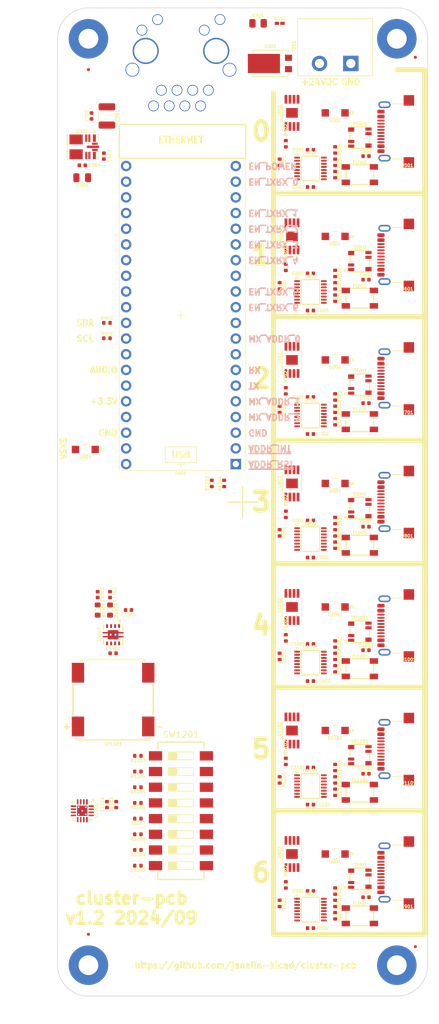
<source format=kicad_pcb>
(kicad_pcb (version 20221018) (generator pcbnew)
  (title_block (title "cluster-pcb") (date "2024-09-27") (rev "2.0") (company "Howard Hughes Medical Institute"))
  (layers (0 "F.Cu" signal) (1 "In1.Cu" signal "Inner1.Cu") (2 "In2.Cu" signal "Inner2.Cu") (31 "B.Cu" signal) (34 "B.Paste" user) (35 "F.Paste" user) (36 "B.SilkS" user "B.Silkscreen") (37 "F.SilkS" user "F.Silkscreen") (38 "B.Mask" user) (39 "F.Mask" user) (44 "Edge.Cuts" user))
  (net 0 "")
  (net 1 "/GND")
  (net 19 "/~{ADDRESS_RESET}")
  (net 20 "/+5V")
  (net 22 "/~{ADDRESS_INT}")
  (net 24 "/+3.3V")
  (net 26 "/microcontroller/VSYS")
  (net 28 "/power/VAA")
  (net 29 "/power/LED_RED+")
  (net 30 "/~{PRISM_CS_6}")
  (net 35 "/power/VDD")
  (net 36 "/~{PRISM_CS_5}")
  (net 37 "/~{PRISM_CS_4}")
  (net 38 "/ENABLE_POWER")
  (net 39 "/SDA")
  (net 40 "/SCL")
  (net 41 "/AUDIO")
  (net 42 "/VAA")
  (net 43 "Net-(C1402-Pad2)")
  (net 44 "Net-(C1403-Pad2)")
  (net 45 "/audio/BYPASS")
  (net 46 "/prism-0/VCC")
  (net 47 "/prism-0/VBB")
  (net 48 "/prism-1/VCC")
  (net 49 "/prism-1/VBB")
  (net 50 "/prism-2/VCC")
  (net 51 "/prism-2/VBB")
  (net 52 "/prism-3/VCC")
  (net 53 "/prism-3/VBB")
  (net 54 "/prism-5/VCC")
  (net 55 "/prism-5/VBB")
  (net 56 "/prism-4/VCC")
  (net 57 "/prism-4/VBB")
  (net 58 "/prism-6/VCC")
  (net 59 "/prism-6/VBB")
  (net 60 "Net-(U502-IN)")
  (net 61 "Net-(U602-IN)")
  (net 62 "Net-(U702-IN)")
  (net 63 "Net-(U802-IN)")
  (net 64 "Net-(U902-IN)")
  (net 65 "Net-(U1002-IN)")
  (net 66 "Net-(U1102-IN)")
  (net 67 "/address/P0")
  (net 68 "/address/P1")
  (net 69 "/address/P2")
  (net 70 "/address/P3")
  (net 71 "/address/P4")
  (net 72 "/address/P5")
  (net 73 "/address/P6")
  (net 74 "/address/P7")
  (net 75 "/audio/IN-")
  (net 76 "/audio/IN+")
  (net 77 "/audio/VO+")
  (net 78 "/audio/VO-")
  (net 88 "/~{PRISM_CS_3}")
  (net 89 "/~{PRISM_CS_2}")
  (net 90 "/PRISM_SCK")
  (net 91 "/PRISM_COPI")
  (net 92 "/PRISM_CIPO")
  (net 93 "/~{PRISM_CS_1}")
  (net 94 "/~{PRISM_CS_0}")
  (net 95 "/prism-0/CT")
  (net 96 "/prism-1/CT")
  (net 97 "/prism-2/CT")
  (net 98 "/prism-3/CT")
  (net 99 "/prism-5/CT")
  (net 100 "/prism-4/CT")
  (net 101 "/prism-6/CT")
  (net 102 "/prism-0/I2+")
  (net 103 "/prism-0/I2-")
  (net 104 "/prism-0/I1-")
  (net 105 "/prism-0/I1+")
  (net 106 "/prism-1/I2+")
  (net 107 "/prism-1/I2-")
  (net 108 "/prism-1/I1-")
  (net 109 "/prism-1/I1+")
  (net 110 "/prism-2/I2+")
  (net 111 "/prism-2/I2-")
  (net 112 "/prism-2/I1-")
  (net 113 "/prism-2/I1+")
  (net 114 "/prism-3/I2+")
  (net 115 "/prism-3/I2-")
  (net 116 "/prism-3/I1-")
  (net 117 "/prism-3/I1+")
  (net 118 "/prism-5/I2+")
  (net 119 "/prism-5/I2-")
  (net 120 "/prism-5/I1-")
  (net 121 "/prism-5/I1+")
  (net 122 "/prism-4/I2+")
  (net 123 "/prism-4/I2-")
  (net 124 "/prism-4/I1-")
  (net 125 "/prism-4/I1+")
  (net 126 "/prism-6/I2+")
  (net 127 "/prism-6/I2-")
  (net 128 "/prism-6/I1-")
  (net 129 "/prism-6/I1+")
  (net 131 "/prism-0/I0+")
  (net 132 "/prism-0/I0-")
  (net 137 "/prism-1/I0+")
  (net 138 "/prism-1/I0-")
  (net 143 "/prism-2/I0+")
  (net 144 "/prism-2/I0-")
  (net 149 "/prism-3/I0+")
  (net 150 "/prism-3/I0-")
  (net 155 "/prism-5/I0+")
  (net 156 "/prism-5/I0-")
  (net 161 "/prism-4/I0+")
  (net 162 "/prism-4/I0-")
  (net 167 "/prism-6/I0+")
  (net 168 "/prism-6/I0-")
  (net 172 "/prism-0/IBIAS")
  (net 173 "/prism-0/ICMP")
  (net 174 "/prism-1/IBIAS")
  (net 175 "/prism-1/ICMP")
  (net 176 "/prism-2/IBIAS")
  (net 177 "/prism-2/ICMP")
  (net 178 "/prism-3/IBIAS")
  (net 179 "/prism-3/ICMP")
  (net 180 "/prism-5/IBIAS")
  (net 181 "/prism-5/ICMP")
  (net 182 "/prism-4/IBIAS")
  (net 183 "/prism-4/ICMP")
  (net 184 "/prism-6/IBIAS")
  (net 185 "/prism-6/ICMP")
  (footprint "Janelia:FIDUCIAL_0.5mm_Mask1mm" (layer "F.Cu") (at 77.4 31.6)
    (fp_text reference "FID201")
    (fp_text value "FIDUCIAL_0.5mm_MASK1mm" hide)
  )
  (footprint "Janelia:SOP65P490X110-9N" (layer "F.Cu") (at 110.4 118.6 90)
    (fp_text reference "U1002")
    (fp_text value "TPS1H200AQDGNRQ1")
  )
  (footprint "Janelia:R_0402_1005Metric" (layer "F.Cu") (at 80.4 72.6)
    (fp_text reference "R402")
    (fp_text value "1.8k")
  )
  (footprint "Janelia:R_0402_1005Metric" (layer "F.Cu") (at 117.4 68.6 -90)
    (fp_text reference "R601")
    (fp_text value "100")
  )
  (footprint "Janelia:USB_C_Receptacle_GT-USB-7047C_16P_TopMnt_Horizontal" (layer "F.Cu") (at 125.4 161.6 90)
    (fp_text reference "J901")
    (fp_text value "USB_C_Receptacle_USB2.0_16P_GT-USB-7047C" hide)
  )
  (footprint "Janelia:SOD-123FL" (layer "F.Cu") (at 117.4 138.6 180)
    (fp_text reference "D1101")
    (fp_text value "D_SCHOTTKY_20V_1A")
  )
  (footprint "Janelia:R_0402_1005Metric" (layer "F.Cu") (at 109.4 63.6 90)
    (fp_text reference "R602")
    (fp_text value "4.7k")
  )
  (footprint "Janelia:R_0402_1005Metric" (layer "F.Cu") (at 117.4 44.6 -90)
    (fp_text reference "R503")
    (fp_text value "1.4k")
  )
  (footprint "Janelia:C_1210_3225Metric" (layer "F.Cu") (at 80.4 39.1 -90)
    (fp_text reference "C301")
    (fp_text value "3.3uF_50V")
  )
  (footprint "Janelia:R_0402_1005Metric" (layer "F.Cu") (at 109.4 163.6 90)
    (fp_text reference "R902")
    (fp_text value "4.7k")
  )
  (footprint "Janelia:C_0402_1005Metric" (layer "F.Cu") (at 113.4 84.6)
    (fp_text reference "C701")
    (fp_text value "0.1uF_100V")
  )
  (footprint "Janelia:R_0402_1005Metric" (layer "F.Cu") (at 108.4 126.6 -90)
    (fp_text reference "R1005")
    (fp_text value "100k")
  )
  (footprint "Janelia:C_0402_1005Metric" (layer "F.Cu") (at 122.4 65.6)
    (fp_text reference "C603")
    (fp_text value "27pF_50V")
  )
  (footprint "Janelia:SW_DIP_SPSTx08_Slide_SDA08H1SBDR" (layer "F.Cu") (at 92.4 151.6)
    (fp_text reference "SW1201")
    (fp_text value "SW_DIP_x08_SDA08H1SBDR")
  )
  (footprint "Janelia:R_0402_1005Metric" (layer "F.Cu") (at 108.4 46.6 -90)
    (fp_text reference "R505")
    (fp_text value "100k")
  )
  (footprint "Janelia:R_0402_1005Metric" (layer "F.Cu") (at 117.4 148.6 -90)
    (fp_text reference "R1101")
    (fp_text value "100")
  )
  (footprint "Janelia:R_0402_1005Metric" (layer "F.Cu") (at 109.4 143.6 90)
    (fp_text reference "R1102")
    (fp_text value "4.7k")
  )
  (footprint "Janelia:R_0402_1005Metric" (layer "F.Cu") (at 117.4 84.6 -90)
    (fp_text reference "R703")
    (fp_text value "1.4k")
  )
  (footprint "Janelia:C_0402_1005Metric" (layer "F.Cu") (at 122.4 145.6)
    (fp_text reference "C1103")
    (fp_text value "27pF_50V")
  )
  (footprint "Janelia:MS_05-08-1669_ADI" (layer "F.Cu") (at 113.4 47.6)
    (fp_text reference "U501")
    (fp_text value "LTC6820HMS-TRPBF")
  )
  (footprint "Janelia:C_0402_1005Metric" (layer "F.Cu") (at 83.9 119.1 180)
    (fp_text reference "C1404")
    (fp_text value "0.22uF_25V")
  )
  (footprint "Janelia:R_0402_1005Metric" (layer "F.Cu") (at 117.4 144.6 -90)
    (fp_text reference "R1103")
    (fp_text value "1.4k")
  )
  (footprint "Janelia:SMD_0-2P-TL003_TDK-L" (layer "F.Cu") (at 121.4 68.6)
    (fp_text reference "FL601")
    (fp_text value "Choke_CMF_ACT45B-220-2P")
  )
  (footprint "Janelia:R_0402_1005Metric" (layer "F.Cu") (at 108.4 146.6 -90)
    (fp_text reference "R1105")
    (fp_text value "100k")
  )
  (footprint "Janelia:USB_C_Receptacle_GT-USB-7047C_16P_TopMnt_Horizontal" (layer "F.Cu") (at 125.4 41.6 90)
    (fp_text reference "J501")
    (fp_text value "USB_C_Receptacle_USB2.0_16P_GT-USB-7047C" hide)
  )
  (footprint "Janelia:R_0402_1005Metric" (layer "F.Cu") (at 108.4 166.6 -90)
    (fp_text reference "R905")
    (fp_text value "100k")
  )
  (footprint "Janelia:R_0402_1005Metric" (layer "F.Cu") (at 85.415 152.87 180)
    (fp_text reference "R1207")
    (fp_text value "10.0k")
  )
  (footprint "Janelia:R_0402_1005Metric" (layer "F.Cu") (at 85.415 157.95 180)
    (fp_text reference "R1209")
    (fp_text value "10.0k")
  )
  (footprint "Janelia:R_0603_1608Metric" (layer "F.Cu") (at 80.9 119.1 -90)
    (fp_text reference "R1402")
    (fp_text value "40k")
  )
  (footprint "Janelia:R_0402_1005Metric" (layer "F.Cu") (at 117.4 48.6 -90)
    (fp_text reference "R501")
    (fp_text value "100")
  )
  (footprint "Janelia:R_0402_1005Metric" (layer "F.Cu") (at 80.4 75.1)
    (fp_text reference "R401")
    (fp_text value "1.8k")
  )
  (footprint "Janelia:C_0402_1005Metric" (layer "F.Cu") (at 113.4 64.6)
    (fp_text reference "C601")
    (fp_text value "0.1uF_100V")
  )
  (footprint "Janelia:C_0402_1005Metric" (layer "F.Cu") (at 113.4 150.6 180)
    (fp_text reference "C1102")
    (fp_text value "0.1uF_100V")
  )
  (footprint "Janelia:FB020G00" (layer "F.Cu") (at 121.4 122.6)
    (fp_text reference "TR1001")
    (fp_text value "1:1")
  )
  (footprint "Janelia:PHOENIX_1757242" (layer "F.Cu") (at 123.48 20.6 180)
    (fp_text reference "T301")
    (fp_text value "TERM_BLK_HDR_2POS_90DEG_0.2IN")
  )
  (footprint "Janelia:C_0402_1005Metric" (layer "F.Cu") (at 113.4 124.6)
    (fp_text reference "C1001")
    (fp_text value "0.1uF_100V")
  )
  (footprint "Janelia:C_0402_1005Metric" (layer "F.Cu") (at 113.4 104.6)
    (fp_text reference "C801")
    (fp_text value "0.1uF_100V")
  )
  (footprint "Janelia:MountingHole_3.2mm_M3_Pad" (layer "F.Cu") (at 127.4 176.6)
    (fp_text reference "H203" hide)
    (fp_text value "MountingHole_M3_Pad" hide)
  )
  (footprint "Janelia:C_0402_1005Metric" (layer "F.Cu") (at 80.4 150.6 90)
    (fp_text reference "C1201")
    (fp_text value "0.1uF_100V")
  )
  (footprint "Janelia:MS_05-08-1669_ADI" (layer "F.Cu") (at 113.4 107.6)
    (fp_text reference "U801")
    (fp_text value "LTC6820HMS-TRPBF")
  )
  (footprint "Janelia:R_0402_1005Metric" (layer "F.Cu") (at 85.415 145.25 180)
    (fp_text reference "R1204")
    (fp_text value "10.0k")
  )
  (footprint "Janelia:C_0402_1005Metric" (layer "F.Cu") (at 81.4 126.1)
    (fp_text reference "C1401")
    (fp_text value "1uF_35V")
  )
  (footprint "Janelia:R_0402_1005Metric" (layer "F.Cu") (at 117.4 108.6 -90)
    (fp_text reference "R801")
    (fp_text value "100")
  )
  (footprint "Janelia:R_0402_1005Metric" (layer "F.Cu") (at 108.4 86.6 -90)
    (fp_text reference "R705")
    (fp_text value "100k")
  )
  (footprint "Janelia:R_0402_1005Metric" (layer "F.Cu") (at 117.4 124.6 -90)
    (fp_text reference "R1003")
    (fp_text value "1.4k")
  )
  (footprint "Janelia:SOD-123FL" (layer "F.Cu") (at 117.4 58.6 180)
    (fp_text reference "D601")
    (fp_text value "D_SCHOTTKY_20V_1A")
  )
  (footprint "Janelia:R_0402_1005Metric" (layer "F.Cu") (at 117.4 164.6 -90)
    (fp_text reference "R903")
    (fp_text value "1.4k")
  )
  (footprint "Janelia:R_0402_1005Metric" (layer "F.Cu") (at 108.4 106.6 -90)
    (fp_text reference "R805")
    (fp_text value "100k")
  )
  (footprint "Janelia:C_0402_1005Metric" (layer "F.Cu") (at 113.4 144.6)
    (fp_text reference "C1101")
    (fp_text value "0.1uF_100V")
  )
  (footprint "Janelia:MS_05-08-1669_ADI" (layer "F.Cu") (at 113.4 127.6)
    (fp_text reference "U1001")
    (fp_text value "LTC6820HMS-TRPBF")
  )
  (footprint "Janelia:R_0402_1005Metric" (layer "F.Cu") (at 117.4 88.6 -90)
    (fp_text reference "R701")
    (fp_text value "100")
  )
  (footprint "Janelia:R_0402_1005Metric" (layer "F.Cu") (at 109.4 123.6 90)
    (fp_text reference "R1002")
    (fp_text value "4.7k")
  )
  (footprint "Janelia:Speaker_13x13mm_KLJ-01304T-08R07W" (layer "F.Cu") (at 81.4 133.6)
    (fp_text reference "SP1401")
    (fp_text value "Speaker_13x13mm_8Ohm_700mW")
  )
  (footprint "Janelia:FB020G00" (layer "F.Cu") (at 121.4 42.6)
    (fp_text reference "TR501")
    (fp_text value "1:1")
  )
  (footprint "Janelia:SOP65P490X110-9N" (layer "F.Cu") (at 110.4 58.6 90)
    (fp_text reference "U602")
    (fp_text value "TPS1H200AQDGNRQ1")
  )
  (footprint "Janelia:R_0402_1005Metric" (layer "F.Cu") (at 109.4 43.6 90)
    (fp_text reference "R502")
    (fp_text value "4.7k")
  )
  (footprint "Janelia:MS_05-08-1669_ADI" (layer "F.Cu") (at 113.4 167.6)
    (fp_text reference "U901")
    (fp_text value "LTC6820HMS-TRPBF")
  )
  (footprint "Janelia:USB_C_Receptacle_GT-USB-7047C_16P_TopMnt_Horizontal" (layer "F.Cu") (at 125.4 61.6 90)
    (fp_text reference "J601")
    (fp_text value "USB_C_Receptacle_USB2.0_16P_GT-USB-7047C" hide)
  )
  (footprint "Janelia:USB_C_Receptacle_GT-USB-7047C_16P_TopMnt_Horizontal" (layer "F.Cu") (at 125.4 121.6 90)
    (fp_text reference "J1001")
    (fp_text value "USB_C_Receptacle_USB2.0_16P_GT-USB-7047C" hide)
  )
  (footprint "Janelia:C_0402_1005Metric" (layer "F.Cu") (at 80.9 116.6 -90)
    (fp_text reference "C1403")
    (fp_text value "0.22uF_25V")
  )
  (footprint "Janelia:C_0402_1005Metric" (layer "F.Cu") (at 113.4 130.6 180)
    (fp_text reference "C1002")
    (fp_text value "0.1uF_100V")
  )
  (footprint "Janelia:FB020G00" (layer "F.Cu") (at 121.4 102.6)
    (fp_text reference "TR801")
    (fp_text value "1:1")
  )
  (footprint "Janelia:C_0402_1005Metric" (layer "F.Cu") (at 79.9 45.6 90)
    (fp_text reference "C303")
    (fp_text value "1uF_25V")
  )
  (footprint "Janelia:SOP65P490X110-9N" (layer "F.Cu") (at 110.4 158.6 90)
    (fp_text reference "U902")
    (fp_text value "TPS1H200AQDGNRQ1")
  )
  (footprint "Janelia:C_0402_1005Metric" (layer "F.Cu") (at 113.4 70.6 180)
    (fp_text reference "C602")
    (fp_text value "0.1uF_100V")
  )
  (footprint "Janelia:Pico-W5500-EVB_Header_Holes" (layer "F.Cu") (at 92.4 95.4625 180)
    (fp_text reference "A401")
    (fp_text value "PICO_W5500_EVB")
  )
  (footprint "Janelia:R_0402_1005Metric" (layer "F.Cu") (at 85.415 155.41 180)
    (fp_text reference "R1208")
    (fp_text value "10.0k")
  )
  (footprint "Janelia:R_0402_1005Metric" (layer "F.Cu") (at 99.4 98.6 90)
    (fp_text reference "R1201")
    (fp_text value "10.0k")
  )
  (footprint "Janelia:QFN50P300X300X100-17N" (layer "F.Cu") (at 76.4 151.6 -90)
    (fp_text reference "U1201")
    (fp_text value "TCA6408ARGTR")
  )
  (footprint "Janelia:C_0402_1005Metric" (layer "F.Cu") (at 122.4 105.6)
    (fp_text reference "C803")
    (fp_text value "27pF_50V")
  )
  (footprint "Janelia:R_0603_1608Metric" (layer "F.Cu") (at 78.9 119.1 -90)
    (fp_text reference "R1401")
    (fp_text value "40k")
  )
  (footprint "Janelia:C_0402_1005Metric" (layer "F.Cu") (at 122.4 45.6)
    (fp_text reference "C503")
    (fp_text value "27pF_50V")
  )
  (footprint "Janelia:R_0402_1005Metric" (layer "F.Cu") (at 97.4 98.6 90)
    (fp_text reference "R1202")
    (fp_text value "10.0k")
  )
  (footprint "Janelia:C_0805_2012Metric" (layer "F.Cu") (at 76.4 49.1)
    (fp_text reference "C305")
    (fp_text value "47uF_10V")
  )
  (footprint "Janelia:C_0402_1005Metric" (layer "F.Cu") (at 122.4 165.6)
    (fp_text reference "C903")
    (fp_text value "27pF_50V")
  )
  (footprint "Janelia:MS_05-08-1669_ADI" (layer "F.Cu") (at 113.4 147.6)
    (fp_text reference "U1101")
    (fp_text value "LTC6820HMS-TRPBF")
  )
  (footprint "Janelia:FB020G00" (layer "F.Cu") (at 121.4 162.6)
    (fp_text reference "TR901")
    (fp_text value "1:1")
  )
  (footprint "Janelia:SMD_0-2P-TL003_TDK-L" (layer "F.Cu") (at 121.4 128.6)
    (fp_text reference "FL1001")
    (fp_text value "Choke_CMF_ACT45B-220-2P")
  )
  (footprint "Janelia:R_0402_1005Metric" (layer "F.Cu") (at 117.4 146.6 -90)
    (fp_text reference "R1104")
    (fp_text value "604")
  )
  (footprint "Janelia:SOD-123FL" (layer "F.Cu") (at 117.4 118.6 180)
    (fp_text reference "D1001")
    (fp_text value "D_SCHOTTKY_20V_1A")
  )
  (footprint "Janelia:SOD-123FL" (layer "F.Cu") (at 76.9 93.1 180)
    (fp_text reference "D401")
    (fp_text value "D_SCHOTTKY_20V_1A")
  )
  (footprint "Janelia:R_0402_1005Metric" (layer "F.Cu") (at 117.4 86.6 -90)
    (fp_text reference "R704")
    (fp_text value "604")
  )
  (footprint "Janelia:C_0402_1005Metric" (layer "F.Cu") (at 113.4 44.6)
    (fp_text reference "C501")
    (fp_text value "0.1uF_100V")
  )
  (footprint "Janelia:R_0402_1005Metric" (layer "F.Cu") (at 117.4 104.6 -90)
    (fp_text reference "R803")
    (fp_text value "1.4k")
  )
  (footprint "Janelia:C_0402_1005Metric" (layer "F.Cu") (at 113.4 170.6 180)
    (fp_text reference "C902")
    (fp_text value "0.1uF_100V")
  )
  (footprint "Janelia:R_0402_1005Metric" (layer "F.Cu") (at 85.415 150.33 180)
    (fp_text reference "R1206")
    (fp_text value "10.0k")
  )
  (footprint "Janelia:USB_C_Receptacle_GT-USB-7047C_16P_TopMnt_Horizontal" (layer "F.Cu") (at 125.4 141.6 90)
    (fp_text reference "J1101")
    (fp_text value "USB_C_Receptacle_USB2.0_16P_GT-USB-7047C" hide)
  )
  (footprint "Janelia:SOD-123FL" (layer "F.Cu") (at 117.4 38.6 180)
    (fp_text reference "D501")
    (fp_text value "D_SCHOTTKY_20V_1A")
  )
  (footprint "Janelia:MS_05-08-1669_ADI" (layer "F.Cu") (at 113.4 87.6)
    (fp_text reference "U701")
    (fp_text value "LTC6820HMS-TRPBF")
  )
  (footprint "Janelia:C_0402_1005Metric" (layer "F.Cu") (at 77.9 39.1 -90)
    (fp_text reference "C302")
    (fp_text value "0.1uF_100V")
  )
  (footprint "Janelia:MountingHole_3.2mm_M3_Pad" (layer "F.Cu") (at 77.4 26.6)
    (fp_text reference "H201" hide)
    (fp_text value "MountingHole_M3_Pad" hide)
  )
  (footprint "Janelia:MS_05-08-1669_ADI" (layer "F.Cu") (at 113.4 67.6)
    (fp_text reference "U601")
    (fp_text value "LTC6820HMS-TRPBF")
  )
  (footprint "Janelia:SMD_0-2P-TL003_TDK-L" (layer "F.Cu") (at 121.4 88.6)
    (fp_text reference "FL701")
    (fp_text value "Choke_CMF_ACT45B-220-2P")
  )
  (footprint "Janelia:R_0402_1005Metric" (layer "F.Cu") (at 117.4 126.6 -90)
    (fp_text reference "R1004")
    (fp_text value "604")
  )
  (footprint "Janelia:SOP65P490X110-9N" (layer "F.Cu") (at 110.4 138.6 90)
    (fp_text reference "U1102")
    (fp_text value "TPS1H200AQDGNRQ1")
  )
  (footprint "Janelia:SOP65P490X110-9N" (layer "F.Cu") (at 110.4 98.6 90)
    (fp_text reference "U802")
    (fp_text value "TPS1H200AQDGNRQ1")
  )
  (footprint "Janelia:R_0402_1005Metric" (layer "F.Cu") (at 109.4 83.6 90)
    (fp_text reference "R702")
    (fp_text value "4.7k")
  )
  (footprint "Janelia:C_0402_1005Metric" (layer "F.Cu") (at 113.4 110.6 180)
    (fp_text reference "C802")
    (fp_text value "0.1uF_100V")
  )
  (footprint "Janelia:C_0402_1005Metric" (layer "F.Cu") (at 122.4 125.6)
    (fp_text reference "C1003")
    (fp_text value "27pF_50V")
  )
  (footprint "Janelia:R_0402_1005Metric" (layer "F.Cu") (at 108.4 66.6 -90)
    (fp_text reference "R605")
    (fp_text value "100k")
  )
  (footprint "Janelia:C_0402_1005Metric" (layer "F.Cu") (at 78.9 116.6 -90)
    (fp_text reference "C1402")
    (fp_text value "0.22uF_25V")
  )
  (footprint "Janelia:R_0402_1005Metric" (layer "F.Cu") (at 117.4 168.6 -90)
    (fp_text reference "R901")
    (fp_text value "100")
  )
  (footprint "Janelia:FB020G00" (layer "F.Cu") (at 121.4 82.6)
    (fp_text reference "TR701")
    (fp_text value "1:1")
  )
  (footprint "Janelia:R_0805_2012Metric" (layer "F.Cu") (at 104.9 24.1)
    (fp_text reference "R301")
    (fp_text value "2.32k")
  )
  (footprint "Janelia:SOP65P490X110-9N" (layer "F.Cu") (at 110.4 38.6 90)
    (fp_text reference "U502")
    (fp_text value "TPS1H200AQDGNRQ1")
  )
  (footprint "Janelia:SOD-123FL" (layer "F.Cu") (at 117.4 158.6 180)
    (fp_text reference "D901")
    (fp_text value "D_SCHOTTKY_20V_1A")
  )
  (footprint "Janelia:FIDUCIAL_0.5mm_Mask1mm" (layer "F.Cu") (at 130.4 173.6)
    (fp_text reference "FID203")
    (fp_text value "FIDUCIAL_0.5mm_MASK1mm" hide)
  )
  (footprint "Janelia:POWERDI5_DIO" (layer "F.Cu") (at 106.9 30.6 90)
    (fp_text reference "D301")
    (fp_text value "D_50V_15A")
  )
  (footprint "Janelia:R_0402_1005Metric" (layer "F.Cu") (at 117.4 166.6 -90)
    (fp_text reference "R904")
    (fp_text value "604")
  )
  (footprint "Janelia:R_0402_1005Metric" (layer "F.Cu") (at 109.4 103.6 90)
    (fp_text reference "R802")
    (fp_text value "4.7k")
  )
  (footprint "Janelia:R_0402_1005Metric" (layer "F.Cu") (at 117.4 66.6 -90)
    (fp_text reference "R604")
    (fp_text value "604")
  )
  (footprint "Janelia:USB_C_Receptacle_GT-USB-7047C_16P_TopMnt_Horizontal" (layer "F.Cu") (at 125.4 101.6 90)
    (fp_text reference "J801")
    (fp_text value "USB_C_Receptacle_USB2.0_16P_GT-USB-7047C" hide)
  )
  (footprint "Janelia:C_0402_1005Metric" (layer "F.Cu") (at 113.4 50.6)
    (fp_text reference "C502")
    (fp_text value "0.1uF_100V")
  )
  (footprint "Janelia:C_0402_1005Metric" (layer "F.Cu") (at 113.4 90.6 180)
    (fp_text reference "C702")
    (fp_text value "0.1uF_100V")
  )
  (footprint "Janelia:RDN0011A-MFG" (layer "F.Cu") (at 76.4 44.1 -90)
    (fp_text reference "U301")
    (fp_text value "TPSM365R6V5RDNR" hide)
  )
  (footprint "Janelia:MountingHole_3.2mm_M3_Pad" (layer "F.Cu") (at 127.4 26.6)
    (fp_text reference "H202" hide)
    (fp_text value "MountingHole_M3_Pad" hide)
  )
  (footprint "Janelia:R_0402_1005Metric" (layer "F.Cu") (at 85.415 147.79 180)
    (fp_text reference "R1205")
    (fp_text value "10.0k")
  )
  (footprint "Janelia:SMD_0-2P-TL003_TDK-L" (layer "F.Cu") (at 121.4 48.6)
    (fp_text reference "FL501")
    (fp_text value "Choke_CMF_ACT45B-220-2P")
  )
  (footprint "Janelia:FIDUCIAL_0.5mm_Mask1mm" (layer "F.Cu") (at 130.4 29.6)
    (fp_text reference "FID202")
    (fp_text value "FIDUCIAL_0.5mm_MASK1mm" hide)
  )
  (footprint "Janelia:SMD_0-2P-TL003_TDK-L" (layer "F.Cu") (at 121.4 168.6)
    (fp_text reference "FL901")
    (fp_text value "Choke_CMF_ACT45B-220-2P")
  )
  (footprint "Janelia:R_0402_1005Metric" (layer "F.Cu") (at 117.4 128.6 -90)
    (fp_text reference "R1001")
    (fp_text value "100")
  )
  (footprint "Janelia:C_0402_1005Metric" (layer "F.Cu") (at 122.4 85.6)
    (fp_text reference "C703")
    (fp_text value "27pF_50V")
  )
  (footprint "Janelia:R_0402_1005Metric" (layer "F.Cu") (at 117.4 64.6 -90)
    (fp_text reference "R603")
    (fp_text value "1.4k")
  )
  (footprint "Janelia:R_0402_1005Metric" (layer "F.Cu") (at 85.415 142.71 180)
    (fp_text reference "R1203")
    (fp_text value "10.0k")
  )
  (footprint "Janelia:FIDUCIAL_0.5mm_Mask1mm" (layer "F.Cu") (at 77.4 171.6)
    (fp_text reference "FID204")
    (fp_text value "FIDUCIAL_0.5mm_MASK1mm" hide)
  )
  (footprint "Janelia:C_0402_1005Metric" (layer "F.Cu") (at 81.9 150.6 90)
    (fp_text reference "C1202")
    (fp_text value "0.1uF_100V")
  )
  (footprint "Janelia:R_0402_1005Metric" (layer "F.Cu") (at 117.4 46.6 -90)
    (fp_text reference "R504")
    (fp_text value "604")
  )
  (footprint "Janelia:FB020G00" (layer "F.Cu") (at 121.4 62.6)
    (fp_text reference "TR601")
    (fp_text value "1:1")
  )
  (footprint "Janelia:LED_0402-1005_KNB" (layer "F.Cu") (at 108.4 24.1 180)
    (fp_text reference "D302")
    (fp_text value "LED_RED" hide)
  )
  (footprint "Janelia:FB020G00" (layer "F.Cu") (at 121.4 142.6)
    (fp_text reference "TR1101")
    (fp_text value "1:1")
  )
  (footprint "Janelia:SOD-123FL" (layer "F.Cu") (at 117.4 78.6 180)
    (fp_text reference "D701")
    (fp_text value "D_SCHOTTKY_20V_1A")
  )
  (footprint "Janelia:SMD_0-2P-TL003_TDK-L" (layer "F.Cu") (at 121.4 108.6)
    (fp_text reference "FL801")
    (fp_text value "Choke_CMF_ACT45B-220-2P")
  )
  (footprint "Janelia:R_0402_1005Metric" (layer "F.Cu") (at 117.4 106.6 -90)
    (fp_text reference "R804")
    (fp_text value "604")
  )
  (footprint "Janelia:USB_C_Receptacle_GT-USB-7047C_16P_TopMnt_Horizontal" (layer "F.Cu") (at 125.4 81.6 90)
    (fp_text reference "J701")
    (fp_text value "USB_C_Receptacle_USB2.0_16P_GT-USB-7047C" hide)
  )
  (footprint "Janelia:SOP65P490X110-9N" (layer "F.Cu") (at 110.4 78.6 90)
    (fp_text reference "U702")
    (fp_text value "TPS1H200AQDGNRQ1")
  )
  (footprint "Janelia:C_0402_1005Metric" (layer "F.Cu") (at 113.4 164.6)
    (fp_text reference "C901")
    (fp_text value "0.1uF_100V")
  )
  (footprint "Janelia:DRB8_1P75X1P5" (layer "F.Cu") (at 81.4 123.1 -90)
    (fp_text reference "U1401")
    (fp_text value "TPA6204A1DRBR")
  )
  (footprint "Janelia:SMD_0-2P-TL003_TDK-L" (layer "F.Cu") (at 121.4 148.6)
    (fp_text reference "FL1101")
    (fp_text value "Choke_CMF_ACT45B-220-2P")
  )
  (footprint "Janelia:R_0402_1005Metric" (layer "F.Cu") (at 85.415 160.49 180)
    (fp_text reference "R1210")
    (fp_text value "10.0k")
  )
  (footprint "Janelia:MountingHole_3.2mm_M3_Pad" (layer "F.Cu") (at 77.4 176.6)
    (fp_text reference "H204" hide)
    (fp_text value "MountingHole_M3_Pad" hide)
  )
  (footprint "Janelia:SOD-123FL" (layer "F.Cu") (at 117.4 98.6 180)
    (fp_text reference "D801")
    (fp_text value "D_SCHOTTKY_20V_1A")
  )
  (footprint "Janelia:C_0402_1005Metric" (layer "F.Cu") (at 76.4 47.1)
    (fp_text reference "C304")
    (fp_text value "1uF_25V")
  )
  (gr_rect (start 107.4 131.6) (end 131.9 151.6) (stroke (width 0.8)) (fill none) (layer "F.SilkS"))
  (gr_rect (start 107.4 91.6) (end 131.9 111.6) (stroke (width 0.8)) (fill none) (layer "F.SilkS"))
  (gr_line (start 102.4 99.1) (end 102.4 104.1) (stroke (width 0.2)) (layer "F.SilkS"))
  (gr_line (start 99.9 101.6) (end 104.9 101.6) (stroke (width 0.2)) (layer "F.SilkS"))
  (gr_rect (start 107.4 111.6) (end 131.9 131.6) (stroke (width 0.8)) (fill none) (layer "F.SilkS"))
  (gr_line (start 131.9 31.6) (end 127.4 31.6) (stroke (width 0.8)) (layer "F.SilkS"))
  (gr_line (start 107.4 35.35) (end 107.4 51.85) (stroke (width 0.8)) (layer "F.SilkS"))
  (gr_rect (start 107.4 51.6) (end 131.9 71.6) (stroke (width 0.8)) (fill none) (layer "F.SilkS"))
  (gr_line (start 131.9 51.6) (end 131.9 31.6) (stroke (width 0.8)) (layer "F.SilkS"))
  (gr_rect (start 107.4 151.6) (end 131.9 171.6) (stroke (width 0.8)) (fill none) (layer "F.SilkS"))
  (gr_rect (start 107.4 71.6) (end 131.9 91.6) (stroke (width 0.8)) (fill none) (layer "F.SilkS"))
  (gr_arc (start 72.4 26.6) (mid 73.864466 23.064466) (end 77.4 21.6) (stroke (width 0.1)) (layer "Edge.Cuts"))
  (gr_line (start 72.4 176.6) (end 72.4 26.6) (stroke (width 0.1)) (layer "Edge.Cuts"))
  (gr_line (start 132.4 26.6) (end 132.4 176.6) (stroke (width 0.1)) (layer "Edge.Cuts"))
  (gr_arc (start 132.4 176.6) (mid 130.935534 180.135534) (end 127.4 181.6) (stroke (width 0.1)) (layer "Edge.Cuts"))
  (gr_arc (start 127.4 21.6) (mid 130.935534 23.064466) (end 132.4 26.6) (stroke (width 0.1)) (layer "Edge.Cuts"))
  (gr_arc (start 77.4 181.6) (mid 73.864466 180.135534) (end 72.4 176.6) (stroke (width 0.1)) (layer "Edge.Cuts"))
  (gr_line (start 127.4 181.6) (end 77.4 181.6) (stroke (width 0.1)) (layer "Edge.Cuts"))
  (gr_line (start 77.4 21.6) (end 127.4 21.6) (stroke (width 0.1)) (layer "Edge.Cuts"))
  (gr_text "~{ADDR_INT}" (at 103.195 92.9225 180) (layer "B.SilkS") (effects (font (size 1 1) (thickness 0.25) bold) (justify left mirror)))
  (gr_text "EN_TXRX_3" (at 103.195 59.9025 180) (layer "B.SilkS") (effects (font (size 1 1) (thickness 0.25) bold) (justify left mirror)))
  (gr_text "TX" (at 103.195 82.7625 180) (layer "B.SilkS") (effects (font (size 1 1) (thickness 0.25) bold) (justify left mirror)))
  (gr_text "GND" (at 103.195 90.3825 180) (layer "B.SilkS") (effects (font (size 1 1) (thickness 0.25) bold) (justify left mirror)))
  (gr_text "RX" (at 103.195 80.2225 180) (layer "B.SilkS") (effects (font (size 1 1) (thickness 0.25) bold) (justify left mirror)))
  (gr_text "EN_TXRX_0" (at 103.195 49.7425 180) (layer "B.SilkS") (effects (font (size 1 1) (thickness 0.25) bold) (justify left mirror)))
  (gr_text "EN_TXRX_1" (at 103.195 54.8225 180) (layer "B.SilkS") (effects (font (size 1 1) (thickness 0.25) bold) (justify left mirror)))
  (gr_text "EN_POWER" (at 103.195 47.2025 180) (layer "B.SilkS") (effects (font (size 1 1) (thickness 0.25) bold) (justify left mirror)))
  (gr_text "~{ADDR_RST}" (at 103.195 95.4625 180) (layer "B.SilkS") (effects (font (size 1 1) (thickness 0.25) bold) (justify left mirror)))
  (gr_text "MX_ADDR_1" (at 103.195 85.3025 180) (layer "B.SilkS") (effects (font (size 1 1) (thickness 0.25) bold) (justify left mirror)))
  (gr_text "MX_ADDR_0" (at 103.195 75.1425 180) (layer "B.SilkS") (effects (font (size 1 1) (thickness 0.25) bold) (justify left mirror)))
  (gr_text "EN_TXRX_5" (at 103.195 67.5225 180) (layer "B.SilkS") (effects (font (size 1 1) (thickness 0.25) bold) (justify left mirror)))
  (gr_text "EN_TXRX_2" (at 103.195 57.3625 180) (layer "B.SilkS") (effects (font (size 1 1) (thickness 0.25) bold) (justify left mirror)))
  (gr_text "EN_TXRX_6" (at 103.195 70.0625 180) (layer "B.SilkS") (effects (font (size 1 1) (thickness 0.25) bold) (justify left mirror)))
  (gr_text "EN_TXRX_4" (at 103.195 62.4425 180) (layer "B.SilkS") (effects (font (size 1 1) (thickness 0.25) bold) (justify left mirror)))
  (gr_text "MX_ADDR_2" (at 103.195 87.8425 180) (layer "B.SilkS") (effects (font (size 1 1) (thickness 0.25) bold) (justify left mirror)))
  (gr_text "AUDIO" (at 82.24 80.2225) (layer "F.SilkS") (effects (font (size 1 1) (thickness 0.25) bold) (justify right)))
  (gr_text "+24VDC" (at 114.9 33.6) (layer "F.SilkS") (effects (font (size 1 1) (thickness 0.25) bold)))
  (gr_text "SCL" (at 78.43 75.1425) (layer "F.SilkS") (effects (font (size 1 1) (thickness 0.25) bold) (justify right)))
  (gr_text "4" (at 105.4 121.6) (layer "F.SilkS") (effects (font (size 3 3) (thickness 0.75) bold)))
  (gr_text "1" (at 105.4 61.6) (layer "F.SilkS") (effects (font (size 3 3) (thickness 0.75) bold)))
  (gr_text "0" (at 105.4 41.6) (layer "F.SilkS") (effects (font (size 3 3) (thickness 0.75) bold)))
  (gr_text "3" (at 105.4 101.6) (layer "F.SilkS") (effects (font (size 3 3) (thickness 0.75) bold)))
  (gr_text "SDA" (at 78.43 72.6025) (layer "F.SilkS") (effects (font (size 1 1) (thickness 0.25) bold) (justify right)))
  (gr_text "GND" (at 82.24 90.3825) (layer "F.SilkS") (effects (font (size 1 1) (thickness 0.25) bold) (justify right)))
  (gr_text "5" (at 105.4 141.6) (layer "F.SilkS") (effects (font (size 3 3) (thickness 0.75) bold)))
  (gr_text "2" (at 105.4 81.6) (layer "F.SilkS") (effects (font (size 3 3) (thickness 0.75) bold)))
  (gr_text "cluster-pcb\nv1.2 2024/09" (at 84.4 167.35) (layer "F.SilkS") (effects (font (size 2 2) (thickness 0.5) bold)))
  (gr_text "+3.3V" (at 82.24 85.3025) (layer "F.SilkS") (effects (font (size 1 1) (thickness 0.25) bold) (justify right)))
  (gr_text "https://github.com/janelia-kicad/cluster-pcb" (at 102.9 176.6) (layer "F.SilkS") (effects (font (size 1 1) (thickness 0.25) bold)))
  (gr_text "GND" (at 119.9 33.6) (layer "F.SilkS") (effects (font (size 1 1) (thickness 0.25) bold)))
  (gr_text "VSYS" (at 73.35 92.9225 90) (layer "F.SilkS") (effects (font (size 1 1) (thickness 0.25) bold)))
  (gr_text "6" (at 105.4 161.6) (layer "F.SilkS") (effects (font (size 3 3) (thickness 0.75) bold)))
)
</source>
